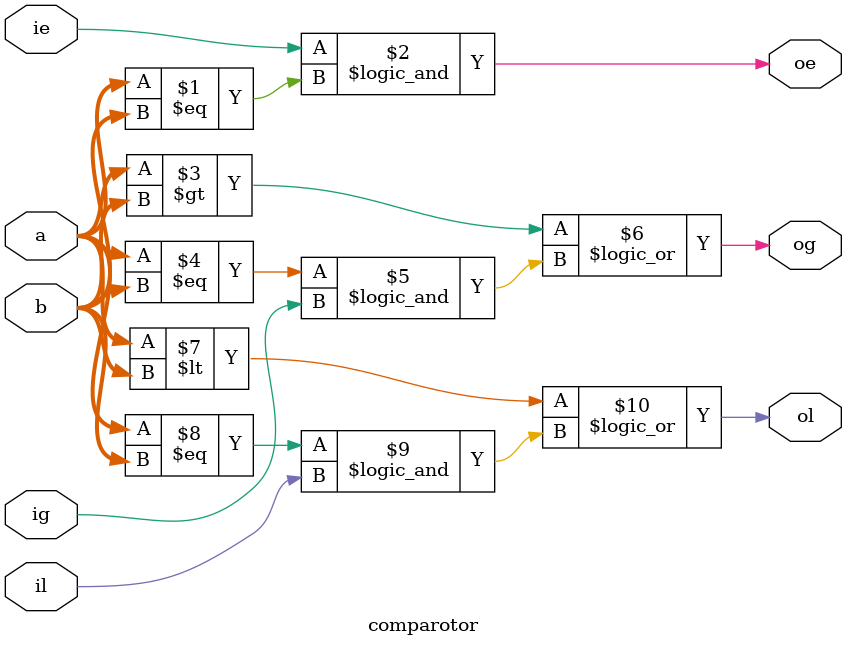
<source format=v>
`timescale 1ns / 1ps
module comparotor(
		input [2:0]a,b,
		input ie, ig, il,
		output oe, og, ol		
    );
	
	assign oe = ie && (a==b);
	assign og = (a > b) || ((a == b) && ig);
	assign ol = (a < b) || ((a == b) && il);

endmodule

</source>
